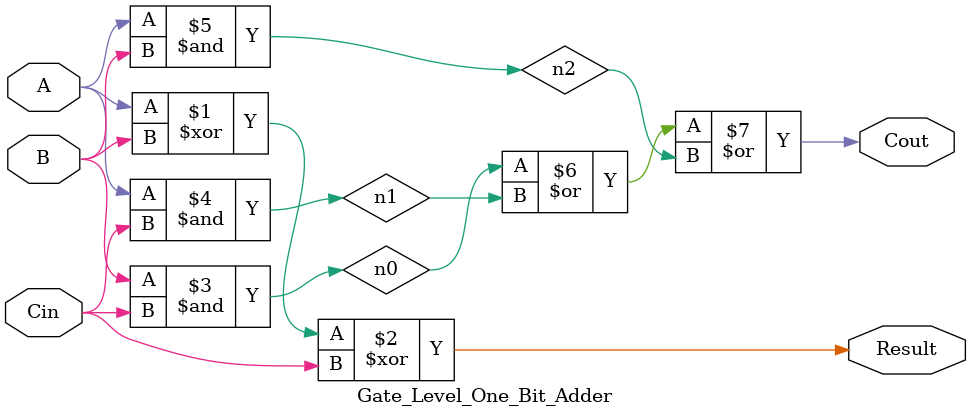
<source format=v>
`timescale 1ns / 1ps
module Gate_Level_One_Bit_Adder(
    input A,
    input B,
    input Cin,
    output Cout,
    output Result
    );
	 
	 // Computing result digit
	 xor xor0(Result, A, B, Cin);
	 
	 
	 // Computing Carry digit out
	 wire n0, n1, n2;
	 and and0(n0, B, Cin);
	 and and1(n1, A, Cin);
	 and and2(n2, A, B);
	 
	 or or0(Cout, n0, n1, n2);




endmodule

</source>
